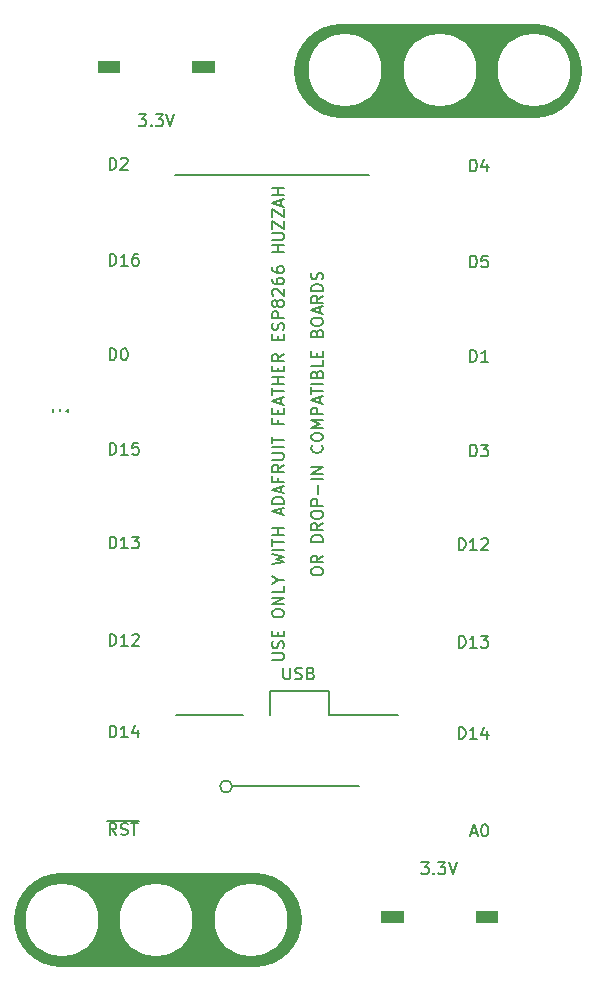
<source format=gto>
%TF.GenerationSoftware,KiCad,Pcbnew,4.0.7-e2-6376~58~ubuntu16.04.1*%
%TF.CreationDate,2018-02-08T08:24:49-08:00*%
%TF.ProjectId,6x10-Feather-Huzzah-ESP8266,367831302D466561746865722D48757A,1.0*%
%TF.FileFunction,Legend,Top*%
%FSLAX46Y46*%
G04 Gerber Fmt 4.6, Leading zero omitted, Abs format (unit mm)*
G04 Created by KiCad (PCBNEW 4.0.7-e2-6376~58~ubuntu16.04.1) date Thu Feb  8 08:24:49 2018*
%MOMM*%
%LPD*%
G01*
G04 APERTURE LIST*
%ADD10C,0.350000*%
%ADD11C,0.152400*%
%ADD12C,1.000000*%
%ADD13C,8.000000*%
%ADD14C,0.127000*%
%ADD15C,0.150000*%
%ADD16C,0.300000*%
%ADD17C,0.254000*%
%ADD18C,1.879600*%
%ADD19C,6.152400*%
G04 APERTURE END LIST*
D10*
D11*
X77216000Y-93980000D02*
X87884000Y-93980000D01*
X77153433Y-93980000D02*
G75*
G03X77153433Y-93980000I-508933J0D01*
G01*
D12*
X62703000Y-33077400D02*
X78943000Y-33077400D01*
D13*
X62703864Y-105299506D02*
X79083000Y-105287400D01*
D14*
X72351000Y-42251900D02*
X88767000Y-42251900D01*
X85352000Y-85939900D02*
X80399000Y-85939900D01*
X85352000Y-87971900D02*
X85351000Y-85964400D01*
X85352000Y-87971900D02*
X91194000Y-87971900D01*
X80399000Y-87964400D02*
X80399000Y-85964400D01*
X72384000Y-87971900D02*
X78099000Y-87971900D01*
D12*
X86293000Y-105057400D02*
X102533000Y-105057400D01*
D13*
X86387864Y-33379506D02*
X102767000Y-33367400D01*
D15*
X81501095Y-83919781D02*
X81501095Y-84729305D01*
X81548714Y-84824543D01*
X81596333Y-84872162D01*
X81691571Y-84919781D01*
X81882048Y-84919781D01*
X81977286Y-84872162D01*
X82024905Y-84824543D01*
X82072524Y-84729305D01*
X82072524Y-83919781D01*
X82501095Y-84872162D02*
X82643952Y-84919781D01*
X82882048Y-84919781D01*
X82977286Y-84872162D01*
X83024905Y-84824543D01*
X83072524Y-84729305D01*
X83072524Y-84634067D01*
X83024905Y-84538829D01*
X82977286Y-84491210D01*
X82882048Y-84443590D01*
X82691571Y-84395971D01*
X82596333Y-84348352D01*
X82548714Y-84300733D01*
X82501095Y-84205495D01*
X82501095Y-84110257D01*
X82548714Y-84015019D01*
X82596333Y-83967400D01*
X82691571Y-83919781D01*
X82929667Y-83919781D01*
X83072524Y-83967400D01*
X83834429Y-84395971D02*
X83977286Y-84443590D01*
X84024905Y-84491210D01*
X84072524Y-84586448D01*
X84072524Y-84729305D01*
X84024905Y-84824543D01*
X83977286Y-84872162D01*
X83882048Y-84919781D01*
X83501095Y-84919781D01*
X83501095Y-83919781D01*
X83834429Y-83919781D01*
X83929667Y-83967400D01*
X83977286Y-84015019D01*
X84024905Y-84110257D01*
X84024905Y-84205495D01*
X83977286Y-84300733D01*
X83929667Y-84348352D01*
X83834429Y-84395971D01*
X83501095Y-84395971D01*
X83844381Y-75866829D02*
X83844381Y-75676352D01*
X83892000Y-75581114D01*
X83987238Y-75485876D01*
X84177714Y-75438257D01*
X84511048Y-75438257D01*
X84701524Y-75485876D01*
X84796762Y-75581114D01*
X84844381Y-75676352D01*
X84844381Y-75866829D01*
X84796762Y-75962067D01*
X84701524Y-76057305D01*
X84511048Y-76104924D01*
X84177714Y-76104924D01*
X83987238Y-76057305D01*
X83892000Y-75962067D01*
X83844381Y-75866829D01*
X84844381Y-74438257D02*
X84368190Y-74771591D01*
X84844381Y-75009686D02*
X83844381Y-75009686D01*
X83844381Y-74628733D01*
X83892000Y-74533495D01*
X83939619Y-74485876D01*
X84034857Y-74438257D01*
X84177714Y-74438257D01*
X84272952Y-74485876D01*
X84320571Y-74533495D01*
X84368190Y-74628733D01*
X84368190Y-75009686D01*
X84844381Y-73247781D02*
X83844381Y-73247781D01*
X83844381Y-73009686D01*
X83892000Y-72866828D01*
X83987238Y-72771590D01*
X84082476Y-72723971D01*
X84272952Y-72676352D01*
X84415810Y-72676352D01*
X84606286Y-72723971D01*
X84701524Y-72771590D01*
X84796762Y-72866828D01*
X84844381Y-73009686D01*
X84844381Y-73247781D01*
X84844381Y-71676352D02*
X84368190Y-72009686D01*
X84844381Y-72247781D02*
X83844381Y-72247781D01*
X83844381Y-71866828D01*
X83892000Y-71771590D01*
X83939619Y-71723971D01*
X84034857Y-71676352D01*
X84177714Y-71676352D01*
X84272952Y-71723971D01*
X84320571Y-71771590D01*
X84368190Y-71866828D01*
X84368190Y-72247781D01*
X83844381Y-71057305D02*
X83844381Y-70866828D01*
X83892000Y-70771590D01*
X83987238Y-70676352D01*
X84177714Y-70628733D01*
X84511048Y-70628733D01*
X84701524Y-70676352D01*
X84796762Y-70771590D01*
X84844381Y-70866828D01*
X84844381Y-71057305D01*
X84796762Y-71152543D01*
X84701524Y-71247781D01*
X84511048Y-71295400D01*
X84177714Y-71295400D01*
X83987238Y-71247781D01*
X83892000Y-71152543D01*
X83844381Y-71057305D01*
X84844381Y-70200162D02*
X83844381Y-70200162D01*
X83844381Y-69819209D01*
X83892000Y-69723971D01*
X83939619Y-69676352D01*
X84034857Y-69628733D01*
X84177714Y-69628733D01*
X84272952Y-69676352D01*
X84320571Y-69723971D01*
X84368190Y-69819209D01*
X84368190Y-70200162D01*
X84463429Y-69200162D02*
X84463429Y-68438257D01*
X84844381Y-67962067D02*
X83844381Y-67962067D01*
X84844381Y-67485877D02*
X83844381Y-67485877D01*
X84844381Y-66914448D01*
X83844381Y-66914448D01*
X84749143Y-65104924D02*
X84796762Y-65152543D01*
X84844381Y-65295400D01*
X84844381Y-65390638D01*
X84796762Y-65533496D01*
X84701524Y-65628734D01*
X84606286Y-65676353D01*
X84415810Y-65723972D01*
X84272952Y-65723972D01*
X84082476Y-65676353D01*
X83987238Y-65628734D01*
X83892000Y-65533496D01*
X83844381Y-65390638D01*
X83844381Y-65295400D01*
X83892000Y-65152543D01*
X83939619Y-65104924D01*
X83844381Y-64485877D02*
X83844381Y-64295400D01*
X83892000Y-64200162D01*
X83987238Y-64104924D01*
X84177714Y-64057305D01*
X84511048Y-64057305D01*
X84701524Y-64104924D01*
X84796762Y-64200162D01*
X84844381Y-64295400D01*
X84844381Y-64485877D01*
X84796762Y-64581115D01*
X84701524Y-64676353D01*
X84511048Y-64723972D01*
X84177714Y-64723972D01*
X83987238Y-64676353D01*
X83892000Y-64581115D01*
X83844381Y-64485877D01*
X84844381Y-63628734D02*
X83844381Y-63628734D01*
X84558667Y-63295400D01*
X83844381Y-62962067D01*
X84844381Y-62962067D01*
X84844381Y-62485877D02*
X83844381Y-62485877D01*
X83844381Y-62104924D01*
X83892000Y-62009686D01*
X83939619Y-61962067D01*
X84034857Y-61914448D01*
X84177714Y-61914448D01*
X84272952Y-61962067D01*
X84320571Y-62009686D01*
X84368190Y-62104924D01*
X84368190Y-62485877D01*
X84558667Y-61533496D02*
X84558667Y-61057305D01*
X84844381Y-61628734D02*
X83844381Y-61295401D01*
X84844381Y-60962067D01*
X83844381Y-60771591D02*
X83844381Y-60200162D01*
X84844381Y-60485877D02*
X83844381Y-60485877D01*
X84844381Y-59866829D02*
X83844381Y-59866829D01*
X84320571Y-59057305D02*
X84368190Y-58914448D01*
X84415810Y-58866829D01*
X84511048Y-58819210D01*
X84653905Y-58819210D01*
X84749143Y-58866829D01*
X84796762Y-58914448D01*
X84844381Y-59009686D01*
X84844381Y-59390639D01*
X83844381Y-59390639D01*
X83844381Y-59057305D01*
X83892000Y-58962067D01*
X83939619Y-58914448D01*
X84034857Y-58866829D01*
X84130095Y-58866829D01*
X84225333Y-58914448D01*
X84272952Y-58962067D01*
X84320571Y-59057305D01*
X84320571Y-59390639D01*
X84844381Y-57914448D02*
X84844381Y-58390639D01*
X83844381Y-58390639D01*
X84320571Y-57581115D02*
X84320571Y-57247781D01*
X84844381Y-57104924D02*
X84844381Y-57581115D01*
X83844381Y-57581115D01*
X83844381Y-57104924D01*
X84320571Y-55581114D02*
X84368190Y-55438257D01*
X84415810Y-55390638D01*
X84511048Y-55343019D01*
X84653905Y-55343019D01*
X84749143Y-55390638D01*
X84796762Y-55438257D01*
X84844381Y-55533495D01*
X84844381Y-55914448D01*
X83844381Y-55914448D01*
X83844381Y-55581114D01*
X83892000Y-55485876D01*
X83939619Y-55438257D01*
X84034857Y-55390638D01*
X84130095Y-55390638D01*
X84225333Y-55438257D01*
X84272952Y-55485876D01*
X84320571Y-55581114D01*
X84320571Y-55914448D01*
X83844381Y-54723972D02*
X83844381Y-54533495D01*
X83892000Y-54438257D01*
X83987238Y-54343019D01*
X84177714Y-54295400D01*
X84511048Y-54295400D01*
X84701524Y-54343019D01*
X84796762Y-54438257D01*
X84844381Y-54533495D01*
X84844381Y-54723972D01*
X84796762Y-54819210D01*
X84701524Y-54914448D01*
X84511048Y-54962067D01*
X84177714Y-54962067D01*
X83987238Y-54914448D01*
X83892000Y-54819210D01*
X83844381Y-54723972D01*
X84558667Y-53914448D02*
X84558667Y-53438257D01*
X84844381Y-54009686D02*
X83844381Y-53676353D01*
X84844381Y-53343019D01*
X84844381Y-52438257D02*
X84368190Y-52771591D01*
X84844381Y-53009686D02*
X83844381Y-53009686D01*
X83844381Y-52628733D01*
X83892000Y-52533495D01*
X83939619Y-52485876D01*
X84034857Y-52438257D01*
X84177714Y-52438257D01*
X84272952Y-52485876D01*
X84320571Y-52533495D01*
X84368190Y-52628733D01*
X84368190Y-53009686D01*
X84844381Y-52009686D02*
X83844381Y-52009686D01*
X83844381Y-51771591D01*
X83892000Y-51628733D01*
X83987238Y-51533495D01*
X84082476Y-51485876D01*
X84272952Y-51438257D01*
X84415810Y-51438257D01*
X84606286Y-51485876D01*
X84701524Y-51533495D01*
X84796762Y-51628733D01*
X84844381Y-51771591D01*
X84844381Y-52009686D01*
X84796762Y-51057305D02*
X84844381Y-50914448D01*
X84844381Y-50676352D01*
X84796762Y-50581114D01*
X84749143Y-50533495D01*
X84653905Y-50485876D01*
X84558667Y-50485876D01*
X84463429Y-50533495D01*
X84415810Y-50581114D01*
X84368190Y-50676352D01*
X84320571Y-50866829D01*
X84272952Y-50962067D01*
X84225333Y-51009686D01*
X84130095Y-51057305D01*
X84034857Y-51057305D01*
X83939619Y-51009686D01*
X83892000Y-50962067D01*
X83844381Y-50866829D01*
X83844381Y-50628733D01*
X83892000Y-50485876D01*
X80542381Y-83271592D02*
X81351905Y-83271592D01*
X81447143Y-83223973D01*
X81494762Y-83176354D01*
X81542381Y-83081116D01*
X81542381Y-82890639D01*
X81494762Y-82795401D01*
X81447143Y-82747782D01*
X81351905Y-82700163D01*
X80542381Y-82700163D01*
X81494762Y-82271592D02*
X81542381Y-82128735D01*
X81542381Y-81890639D01*
X81494762Y-81795401D01*
X81447143Y-81747782D01*
X81351905Y-81700163D01*
X81256667Y-81700163D01*
X81161429Y-81747782D01*
X81113810Y-81795401D01*
X81066190Y-81890639D01*
X81018571Y-82081116D01*
X80970952Y-82176354D01*
X80923333Y-82223973D01*
X80828095Y-82271592D01*
X80732857Y-82271592D01*
X80637619Y-82223973D01*
X80590000Y-82176354D01*
X80542381Y-82081116D01*
X80542381Y-81843020D01*
X80590000Y-81700163D01*
X81018571Y-81271592D02*
X81018571Y-80938258D01*
X81542381Y-80795401D02*
X81542381Y-81271592D01*
X80542381Y-81271592D01*
X80542381Y-80795401D01*
X80542381Y-79414449D02*
X80542381Y-79223972D01*
X80590000Y-79128734D01*
X80685238Y-79033496D01*
X80875714Y-78985877D01*
X81209048Y-78985877D01*
X81399524Y-79033496D01*
X81494762Y-79128734D01*
X81542381Y-79223972D01*
X81542381Y-79414449D01*
X81494762Y-79509687D01*
X81399524Y-79604925D01*
X81209048Y-79652544D01*
X80875714Y-79652544D01*
X80685238Y-79604925D01*
X80590000Y-79509687D01*
X80542381Y-79414449D01*
X81542381Y-78557306D02*
X80542381Y-78557306D01*
X81542381Y-77985877D01*
X80542381Y-77985877D01*
X81542381Y-77033496D02*
X81542381Y-77509687D01*
X80542381Y-77509687D01*
X81066190Y-76509687D02*
X81542381Y-76509687D01*
X80542381Y-76843020D02*
X81066190Y-76509687D01*
X80542381Y-76176353D01*
X80542381Y-75176353D02*
X81542381Y-74938258D01*
X80828095Y-74747781D01*
X81542381Y-74557305D01*
X80542381Y-74319210D01*
X81542381Y-73938258D02*
X80542381Y-73938258D01*
X80542381Y-73604925D02*
X80542381Y-73033496D01*
X81542381Y-73319211D02*
X80542381Y-73319211D01*
X81542381Y-72700163D02*
X80542381Y-72700163D01*
X81018571Y-72700163D02*
X81018571Y-72128734D01*
X81542381Y-72128734D02*
X80542381Y-72128734D01*
X81256667Y-70938258D02*
X81256667Y-70462067D01*
X81542381Y-71033496D02*
X80542381Y-70700163D01*
X81542381Y-70366829D01*
X81542381Y-70033496D02*
X80542381Y-70033496D01*
X80542381Y-69795401D01*
X80590000Y-69652543D01*
X80685238Y-69557305D01*
X80780476Y-69509686D01*
X80970952Y-69462067D01*
X81113810Y-69462067D01*
X81304286Y-69509686D01*
X81399524Y-69557305D01*
X81494762Y-69652543D01*
X81542381Y-69795401D01*
X81542381Y-70033496D01*
X81256667Y-69081115D02*
X81256667Y-68604924D01*
X81542381Y-69176353D02*
X80542381Y-68843020D01*
X81542381Y-68509686D01*
X81018571Y-67843019D02*
X81018571Y-68176353D01*
X81542381Y-68176353D02*
X80542381Y-68176353D01*
X80542381Y-67700162D01*
X81542381Y-66747781D02*
X81066190Y-67081115D01*
X81542381Y-67319210D02*
X80542381Y-67319210D01*
X80542381Y-66938257D01*
X80590000Y-66843019D01*
X80637619Y-66795400D01*
X80732857Y-66747781D01*
X80875714Y-66747781D01*
X80970952Y-66795400D01*
X81018571Y-66843019D01*
X81066190Y-66938257D01*
X81066190Y-67319210D01*
X80542381Y-66319210D02*
X81351905Y-66319210D01*
X81447143Y-66271591D01*
X81494762Y-66223972D01*
X81542381Y-66128734D01*
X81542381Y-65938257D01*
X81494762Y-65843019D01*
X81447143Y-65795400D01*
X81351905Y-65747781D01*
X80542381Y-65747781D01*
X81542381Y-65271591D02*
X80542381Y-65271591D01*
X80542381Y-64938258D02*
X80542381Y-64366829D01*
X81542381Y-64652544D02*
X80542381Y-64652544D01*
X81018571Y-62938257D02*
X81018571Y-63271591D01*
X81542381Y-63271591D02*
X80542381Y-63271591D01*
X80542381Y-62795400D01*
X81018571Y-62414448D02*
X81018571Y-62081114D01*
X81542381Y-61938257D02*
X81542381Y-62414448D01*
X80542381Y-62414448D01*
X80542381Y-61938257D01*
X81256667Y-61557305D02*
X81256667Y-61081114D01*
X81542381Y-61652543D02*
X80542381Y-61319210D01*
X81542381Y-60985876D01*
X80542381Y-60795400D02*
X80542381Y-60223971D01*
X81542381Y-60509686D02*
X80542381Y-60509686D01*
X81542381Y-59890638D02*
X80542381Y-59890638D01*
X81018571Y-59890638D02*
X81018571Y-59319209D01*
X81542381Y-59319209D02*
X80542381Y-59319209D01*
X81018571Y-58843019D02*
X81018571Y-58509685D01*
X81542381Y-58366828D02*
X81542381Y-58843019D01*
X80542381Y-58843019D01*
X80542381Y-58366828D01*
X81542381Y-57366828D02*
X81066190Y-57700162D01*
X81542381Y-57938257D02*
X80542381Y-57938257D01*
X80542381Y-57557304D01*
X80590000Y-57462066D01*
X80637619Y-57414447D01*
X80732857Y-57366828D01*
X80875714Y-57366828D01*
X80970952Y-57414447D01*
X81018571Y-57462066D01*
X81066190Y-57557304D01*
X81066190Y-57938257D01*
X81018571Y-56176352D02*
X81018571Y-55843018D01*
X81542381Y-55700161D02*
X81542381Y-56176352D01*
X80542381Y-56176352D01*
X80542381Y-55700161D01*
X81494762Y-55319209D02*
X81542381Y-55176352D01*
X81542381Y-54938256D01*
X81494762Y-54843018D01*
X81447143Y-54795399D01*
X81351905Y-54747780D01*
X81256667Y-54747780D01*
X81161429Y-54795399D01*
X81113810Y-54843018D01*
X81066190Y-54938256D01*
X81018571Y-55128733D01*
X80970952Y-55223971D01*
X80923333Y-55271590D01*
X80828095Y-55319209D01*
X80732857Y-55319209D01*
X80637619Y-55271590D01*
X80590000Y-55223971D01*
X80542381Y-55128733D01*
X80542381Y-54890637D01*
X80590000Y-54747780D01*
X81542381Y-54319209D02*
X80542381Y-54319209D01*
X80542381Y-53938256D01*
X80590000Y-53843018D01*
X80637619Y-53795399D01*
X80732857Y-53747780D01*
X80875714Y-53747780D01*
X80970952Y-53795399D01*
X81018571Y-53843018D01*
X81066190Y-53938256D01*
X81066190Y-54319209D01*
X80970952Y-53176352D02*
X80923333Y-53271590D01*
X80875714Y-53319209D01*
X80780476Y-53366828D01*
X80732857Y-53366828D01*
X80637619Y-53319209D01*
X80590000Y-53271590D01*
X80542381Y-53176352D01*
X80542381Y-52985875D01*
X80590000Y-52890637D01*
X80637619Y-52843018D01*
X80732857Y-52795399D01*
X80780476Y-52795399D01*
X80875714Y-52843018D01*
X80923333Y-52890637D01*
X80970952Y-52985875D01*
X80970952Y-53176352D01*
X81018571Y-53271590D01*
X81066190Y-53319209D01*
X81161429Y-53366828D01*
X81351905Y-53366828D01*
X81447143Y-53319209D01*
X81494762Y-53271590D01*
X81542381Y-53176352D01*
X81542381Y-52985875D01*
X81494762Y-52890637D01*
X81447143Y-52843018D01*
X81351905Y-52795399D01*
X81161429Y-52795399D01*
X81066190Y-52843018D01*
X81018571Y-52890637D01*
X80970952Y-52985875D01*
X80637619Y-52414447D02*
X80590000Y-52366828D01*
X80542381Y-52271590D01*
X80542381Y-52033494D01*
X80590000Y-51938256D01*
X80637619Y-51890637D01*
X80732857Y-51843018D01*
X80828095Y-51843018D01*
X80970952Y-51890637D01*
X81542381Y-52462066D01*
X81542381Y-51843018D01*
X80542381Y-50985875D02*
X80542381Y-51176352D01*
X80590000Y-51271590D01*
X80637619Y-51319209D01*
X80780476Y-51414447D01*
X80970952Y-51462066D01*
X81351905Y-51462066D01*
X81447143Y-51414447D01*
X81494762Y-51366828D01*
X81542381Y-51271590D01*
X81542381Y-51081113D01*
X81494762Y-50985875D01*
X81447143Y-50938256D01*
X81351905Y-50890637D01*
X81113810Y-50890637D01*
X81018571Y-50938256D01*
X80970952Y-50985875D01*
X80923333Y-51081113D01*
X80923333Y-51271590D01*
X80970952Y-51366828D01*
X81018571Y-51414447D01*
X81113810Y-51462066D01*
X80542381Y-50033494D02*
X80542381Y-50223971D01*
X80590000Y-50319209D01*
X80637619Y-50366828D01*
X80780476Y-50462066D01*
X80970952Y-50509685D01*
X81351905Y-50509685D01*
X81447143Y-50462066D01*
X81494762Y-50414447D01*
X81542381Y-50319209D01*
X81542381Y-50128732D01*
X81494762Y-50033494D01*
X81447143Y-49985875D01*
X81351905Y-49938256D01*
X81113810Y-49938256D01*
X81018571Y-49985875D01*
X80970952Y-50033494D01*
X80923333Y-50128732D01*
X80923333Y-50319209D01*
X80970952Y-50414447D01*
X81018571Y-50462066D01*
X81113810Y-50509685D01*
X81542381Y-48747780D02*
X80542381Y-48747780D01*
X81018571Y-48747780D02*
X81018571Y-48176351D01*
X81542381Y-48176351D02*
X80542381Y-48176351D01*
X80542381Y-47700161D02*
X81351905Y-47700161D01*
X81447143Y-47652542D01*
X81494762Y-47604923D01*
X81542381Y-47509685D01*
X81542381Y-47319208D01*
X81494762Y-47223970D01*
X81447143Y-47176351D01*
X81351905Y-47128732D01*
X80542381Y-47128732D01*
X80542381Y-46747780D02*
X80542381Y-46081113D01*
X81542381Y-46747780D01*
X81542381Y-46081113D01*
X80542381Y-45795399D02*
X80542381Y-45128732D01*
X81542381Y-45795399D01*
X81542381Y-45128732D01*
X81256667Y-44795399D02*
X81256667Y-44319208D01*
X81542381Y-44890637D02*
X80542381Y-44557304D01*
X81542381Y-44223970D01*
X81542381Y-43890637D02*
X80542381Y-43890637D01*
X81018571Y-43890637D02*
X81018571Y-43319208D01*
X81542381Y-43319208D02*
X80542381Y-43319208D01*
X66779714Y-82076781D02*
X66779714Y-81076781D01*
X67017809Y-81076781D01*
X67160667Y-81124400D01*
X67255905Y-81219638D01*
X67303524Y-81314876D01*
X67351143Y-81505352D01*
X67351143Y-81648210D01*
X67303524Y-81838686D01*
X67255905Y-81933924D01*
X67160667Y-82029162D01*
X67017809Y-82076781D01*
X66779714Y-82076781D01*
X68303524Y-82076781D02*
X67732095Y-82076781D01*
X68017809Y-82076781D02*
X68017809Y-81076781D01*
X67922571Y-81219638D01*
X67827333Y-81314876D01*
X67732095Y-81362495D01*
X68684476Y-81172019D02*
X68732095Y-81124400D01*
X68827333Y-81076781D01*
X69065429Y-81076781D01*
X69160667Y-81124400D01*
X69208286Y-81172019D01*
X69255905Y-81267257D01*
X69255905Y-81362495D01*
X69208286Y-81505352D01*
X68636857Y-82076781D01*
X69255905Y-82076781D01*
X66779714Y-73826781D02*
X66779714Y-72826781D01*
X67017809Y-72826781D01*
X67160667Y-72874400D01*
X67255905Y-72969638D01*
X67303524Y-73064876D01*
X67351143Y-73255352D01*
X67351143Y-73398210D01*
X67303524Y-73588686D01*
X67255905Y-73683924D01*
X67160667Y-73779162D01*
X67017809Y-73826781D01*
X66779714Y-73826781D01*
X68303524Y-73826781D02*
X67732095Y-73826781D01*
X68017809Y-73826781D02*
X68017809Y-72826781D01*
X67922571Y-72969638D01*
X67827333Y-73064876D01*
X67732095Y-73112495D01*
X68636857Y-72826781D02*
X69255905Y-72826781D01*
X68922571Y-73207733D01*
X69065429Y-73207733D01*
X69160667Y-73255352D01*
X69208286Y-73302971D01*
X69255905Y-73398210D01*
X69255905Y-73636305D01*
X69208286Y-73731543D01*
X69160667Y-73779162D01*
X69065429Y-73826781D01*
X68779714Y-73826781D01*
X68684476Y-73779162D01*
X68636857Y-73731543D01*
X67351143Y-98076781D02*
X67017809Y-97600590D01*
X66779714Y-98076781D02*
X66779714Y-97076781D01*
X67160667Y-97076781D01*
X67255905Y-97124400D01*
X67303524Y-97172019D01*
X67351143Y-97267257D01*
X67351143Y-97410114D01*
X67303524Y-97505352D01*
X67255905Y-97552971D01*
X67160667Y-97600590D01*
X66779714Y-97600590D01*
X67732095Y-98029162D02*
X67874952Y-98076781D01*
X68113048Y-98076781D01*
X68208286Y-98029162D01*
X68255905Y-97981543D01*
X68303524Y-97886305D01*
X68303524Y-97791067D01*
X68255905Y-97695829D01*
X68208286Y-97648210D01*
X68113048Y-97600590D01*
X67922571Y-97552971D01*
X67827333Y-97505352D01*
X67779714Y-97457733D01*
X67732095Y-97362495D01*
X67732095Y-97267257D01*
X67779714Y-97172019D01*
X67827333Y-97124400D01*
X67922571Y-97076781D01*
X68160667Y-97076781D01*
X68303524Y-97124400D01*
X68589238Y-97076781D02*
X69160667Y-97076781D01*
X68874952Y-98076781D02*
X68874952Y-97076781D01*
X66541619Y-96904400D02*
X69255905Y-96904400D01*
X66779714Y-89826781D02*
X66779714Y-88826781D01*
X67017809Y-88826781D01*
X67160667Y-88874400D01*
X67255905Y-88969638D01*
X67303524Y-89064876D01*
X67351143Y-89255352D01*
X67351143Y-89398210D01*
X67303524Y-89588686D01*
X67255905Y-89683924D01*
X67160667Y-89779162D01*
X67017809Y-89826781D01*
X66779714Y-89826781D01*
X68303524Y-89826781D02*
X67732095Y-89826781D01*
X68017809Y-89826781D02*
X68017809Y-88826781D01*
X67922571Y-88969638D01*
X67827333Y-89064876D01*
X67732095Y-89112495D01*
X69160667Y-89160114D02*
X69160667Y-89826781D01*
X68922571Y-88779162D02*
X68684476Y-89493448D01*
X69303524Y-89493448D01*
X66779714Y-65886781D02*
X66779714Y-64886781D01*
X67017809Y-64886781D01*
X67160667Y-64934400D01*
X67255905Y-65029638D01*
X67303524Y-65124876D01*
X67351143Y-65315352D01*
X67351143Y-65458210D01*
X67303524Y-65648686D01*
X67255905Y-65743924D01*
X67160667Y-65839162D01*
X67017809Y-65886781D01*
X66779714Y-65886781D01*
X68303524Y-65886781D02*
X67732095Y-65886781D01*
X68017809Y-65886781D02*
X68017809Y-64886781D01*
X67922571Y-65029638D01*
X67827333Y-65124876D01*
X67732095Y-65172495D01*
X69208286Y-64886781D02*
X68732095Y-64886781D01*
X68684476Y-65362971D01*
X68732095Y-65315352D01*
X68827333Y-65267733D01*
X69065429Y-65267733D01*
X69160667Y-65315352D01*
X69208286Y-65362971D01*
X69255905Y-65458210D01*
X69255905Y-65696305D01*
X69208286Y-65791543D01*
X69160667Y-65839162D01*
X69065429Y-65886781D01*
X68827333Y-65886781D01*
X68732095Y-65839162D01*
X68684476Y-65791543D01*
X66779714Y-57886781D02*
X66779714Y-56886781D01*
X67017809Y-56886781D01*
X67160667Y-56934400D01*
X67255905Y-57029638D01*
X67303524Y-57124876D01*
X67351143Y-57315352D01*
X67351143Y-57458210D01*
X67303524Y-57648686D01*
X67255905Y-57743924D01*
X67160667Y-57839162D01*
X67017809Y-57886781D01*
X66779714Y-57886781D01*
X67970190Y-56886781D02*
X68065429Y-56886781D01*
X68160667Y-56934400D01*
X68208286Y-56982019D01*
X68255905Y-57077257D01*
X68303524Y-57267733D01*
X68303524Y-57505829D01*
X68255905Y-57696305D01*
X68208286Y-57791543D01*
X68160667Y-57839162D01*
X68065429Y-57886781D01*
X67970190Y-57886781D01*
X67874952Y-57839162D01*
X67827333Y-57791543D01*
X67779714Y-57696305D01*
X67732095Y-57505829D01*
X67732095Y-57267733D01*
X67779714Y-57077257D01*
X67827333Y-56982019D01*
X67874952Y-56934400D01*
X67970190Y-56886781D01*
X66779714Y-49886781D02*
X66779714Y-48886781D01*
X67017809Y-48886781D01*
X67160667Y-48934400D01*
X67255905Y-49029638D01*
X67303524Y-49124876D01*
X67351143Y-49315352D01*
X67351143Y-49458210D01*
X67303524Y-49648686D01*
X67255905Y-49743924D01*
X67160667Y-49839162D01*
X67017809Y-49886781D01*
X66779714Y-49886781D01*
X68303524Y-49886781D02*
X67732095Y-49886781D01*
X68017809Y-49886781D02*
X68017809Y-48886781D01*
X67922571Y-49029638D01*
X67827333Y-49124876D01*
X67732095Y-49172495D01*
X69160667Y-48886781D02*
X68970190Y-48886781D01*
X68874952Y-48934400D01*
X68827333Y-48982019D01*
X68732095Y-49124876D01*
X68684476Y-49315352D01*
X68684476Y-49696305D01*
X68732095Y-49791543D01*
X68779714Y-49839162D01*
X68874952Y-49886781D01*
X69065429Y-49886781D01*
X69160667Y-49839162D01*
X69208286Y-49791543D01*
X69255905Y-49696305D01*
X69255905Y-49458210D01*
X69208286Y-49362971D01*
X69160667Y-49315352D01*
X69065429Y-49267733D01*
X68874952Y-49267733D01*
X68779714Y-49315352D01*
X68732095Y-49362971D01*
X68684476Y-49458210D01*
X93166810Y-100399781D02*
X93785858Y-100399781D01*
X93452524Y-100780733D01*
X93595382Y-100780733D01*
X93690620Y-100828352D01*
X93738239Y-100875971D01*
X93785858Y-100971210D01*
X93785858Y-101209305D01*
X93738239Y-101304543D01*
X93690620Y-101352162D01*
X93595382Y-101399781D01*
X93309667Y-101399781D01*
X93214429Y-101352162D01*
X93166810Y-101304543D01*
X94214429Y-101304543D02*
X94262048Y-101352162D01*
X94214429Y-101399781D01*
X94166810Y-101352162D01*
X94214429Y-101304543D01*
X94214429Y-101399781D01*
X94595381Y-100399781D02*
X95214429Y-100399781D01*
X94881095Y-100780733D01*
X95023953Y-100780733D01*
X95119191Y-100828352D01*
X95166810Y-100875971D01*
X95214429Y-100971210D01*
X95214429Y-101209305D01*
X95166810Y-101304543D01*
X95119191Y-101352162D01*
X95023953Y-101399781D01*
X94738238Y-101399781D01*
X94643000Y-101352162D01*
X94595381Y-101304543D01*
X95500143Y-100399781D02*
X95833476Y-101399781D01*
X96166810Y-100399781D01*
X96349714Y-73975781D02*
X96349714Y-72975781D01*
X96587809Y-72975781D01*
X96730667Y-73023400D01*
X96825905Y-73118638D01*
X96873524Y-73213876D01*
X96921143Y-73404352D01*
X96921143Y-73547210D01*
X96873524Y-73737686D01*
X96825905Y-73832924D01*
X96730667Y-73928162D01*
X96587809Y-73975781D01*
X96349714Y-73975781D01*
X97873524Y-73975781D02*
X97302095Y-73975781D01*
X97587809Y-73975781D02*
X97587809Y-72975781D01*
X97492571Y-73118638D01*
X97397333Y-73213876D01*
X97302095Y-73261495D01*
X98254476Y-73071019D02*
X98302095Y-73023400D01*
X98397333Y-72975781D01*
X98635429Y-72975781D01*
X98730667Y-73023400D01*
X98778286Y-73071019D01*
X98825905Y-73166257D01*
X98825905Y-73261495D01*
X98778286Y-73404352D01*
X98206857Y-73975781D01*
X98825905Y-73975781D01*
X97302095Y-66035781D02*
X97302095Y-65035781D01*
X97540190Y-65035781D01*
X97683048Y-65083400D01*
X97778286Y-65178638D01*
X97825905Y-65273876D01*
X97873524Y-65464352D01*
X97873524Y-65607210D01*
X97825905Y-65797686D01*
X97778286Y-65892924D01*
X97683048Y-65988162D01*
X97540190Y-66035781D01*
X97302095Y-66035781D01*
X98206857Y-65035781D02*
X98825905Y-65035781D01*
X98492571Y-65416733D01*
X98635429Y-65416733D01*
X98730667Y-65464352D01*
X98778286Y-65511971D01*
X98825905Y-65607210D01*
X98825905Y-65845305D01*
X98778286Y-65940543D01*
X98730667Y-65988162D01*
X98635429Y-66035781D01*
X98349714Y-66035781D01*
X98254476Y-65988162D01*
X98206857Y-65940543D01*
X97302095Y-58035781D02*
X97302095Y-57035781D01*
X97540190Y-57035781D01*
X97683048Y-57083400D01*
X97778286Y-57178638D01*
X97825905Y-57273876D01*
X97873524Y-57464352D01*
X97873524Y-57607210D01*
X97825905Y-57797686D01*
X97778286Y-57892924D01*
X97683048Y-57988162D01*
X97540190Y-58035781D01*
X97302095Y-58035781D01*
X98825905Y-58035781D02*
X98254476Y-58035781D01*
X98540190Y-58035781D02*
X98540190Y-57035781D01*
X98444952Y-57178638D01*
X98349714Y-57273876D01*
X98254476Y-57321495D01*
X97302095Y-50035781D02*
X97302095Y-49035781D01*
X97540190Y-49035781D01*
X97683048Y-49083400D01*
X97778286Y-49178638D01*
X97825905Y-49273876D01*
X97873524Y-49464352D01*
X97873524Y-49607210D01*
X97825905Y-49797686D01*
X97778286Y-49892924D01*
X97683048Y-49988162D01*
X97540190Y-50035781D01*
X97302095Y-50035781D01*
X98778286Y-49035781D02*
X98302095Y-49035781D01*
X98254476Y-49511971D01*
X98302095Y-49464352D01*
X98397333Y-49416733D01*
X98635429Y-49416733D01*
X98730667Y-49464352D01*
X98778286Y-49511971D01*
X98825905Y-49607210D01*
X98825905Y-49845305D01*
X98778286Y-49940543D01*
X98730667Y-49988162D01*
X98635429Y-50035781D01*
X98397333Y-50035781D01*
X98302095Y-49988162D01*
X98254476Y-49940543D01*
X96349714Y-82225781D02*
X96349714Y-81225781D01*
X96587809Y-81225781D01*
X96730667Y-81273400D01*
X96825905Y-81368638D01*
X96873524Y-81463876D01*
X96921143Y-81654352D01*
X96921143Y-81797210D01*
X96873524Y-81987686D01*
X96825905Y-82082924D01*
X96730667Y-82178162D01*
X96587809Y-82225781D01*
X96349714Y-82225781D01*
X97873524Y-82225781D02*
X97302095Y-82225781D01*
X97587809Y-82225781D02*
X97587809Y-81225781D01*
X97492571Y-81368638D01*
X97397333Y-81463876D01*
X97302095Y-81511495D01*
X98206857Y-81225781D02*
X98825905Y-81225781D01*
X98492571Y-81606733D01*
X98635429Y-81606733D01*
X98730667Y-81654352D01*
X98778286Y-81701971D01*
X98825905Y-81797210D01*
X98825905Y-82035305D01*
X98778286Y-82130543D01*
X98730667Y-82178162D01*
X98635429Y-82225781D01*
X98349714Y-82225781D01*
X98254476Y-82178162D01*
X98206857Y-82130543D01*
X97397333Y-97910067D02*
X97873524Y-97910067D01*
X97302095Y-98195781D02*
X97635428Y-97195781D01*
X97968762Y-98195781D01*
X98492571Y-97195781D02*
X98587810Y-97195781D01*
X98683048Y-97243400D01*
X98730667Y-97291019D01*
X98778286Y-97386257D01*
X98825905Y-97576733D01*
X98825905Y-97814829D01*
X98778286Y-98005305D01*
X98730667Y-98100543D01*
X98683048Y-98148162D01*
X98587810Y-98195781D01*
X98492571Y-98195781D01*
X98397333Y-98148162D01*
X98349714Y-98100543D01*
X98302095Y-98005305D01*
X98254476Y-97814829D01*
X98254476Y-97576733D01*
X98302095Y-97386257D01*
X98349714Y-97291019D01*
X98397333Y-97243400D01*
X98492571Y-97195781D01*
X96349714Y-89955781D02*
X96349714Y-88955781D01*
X96587809Y-88955781D01*
X96730667Y-89003400D01*
X96825905Y-89098638D01*
X96873524Y-89193876D01*
X96921143Y-89384352D01*
X96921143Y-89527210D01*
X96873524Y-89717686D01*
X96825905Y-89812924D01*
X96730667Y-89908162D01*
X96587809Y-89955781D01*
X96349714Y-89955781D01*
X97873524Y-89955781D02*
X97302095Y-89955781D01*
X97587809Y-89955781D02*
X97587809Y-88955781D01*
X97492571Y-89098638D01*
X97397333Y-89193876D01*
X97302095Y-89241495D01*
X98730667Y-89289114D02*
X98730667Y-89955781D01*
X98492571Y-88908162D02*
X98254476Y-89622448D01*
X98873524Y-89622448D01*
X61981095Y-62009781D02*
X61981095Y-62819305D01*
X62028714Y-62914543D01*
X62076333Y-62962162D01*
X62171571Y-63009781D01*
X62362048Y-63009781D01*
X62457286Y-62962162D01*
X62504905Y-62914543D01*
X62552524Y-62819305D01*
X62552524Y-62009781D01*
X63552524Y-63009781D02*
X62981095Y-63009781D01*
X63266809Y-63009781D02*
X63266809Y-62009781D01*
X63171571Y-62152638D01*
X63076333Y-62247876D01*
X62981095Y-62295495D01*
X97302095Y-41905781D02*
X97302095Y-40905781D01*
X97540190Y-40905781D01*
X97683048Y-40953400D01*
X97778286Y-41048638D01*
X97825905Y-41143876D01*
X97873524Y-41334352D01*
X97873524Y-41477210D01*
X97825905Y-41667686D01*
X97778286Y-41762924D01*
X97683048Y-41858162D01*
X97540190Y-41905781D01*
X97302095Y-41905781D01*
X98730667Y-41239114D02*
X98730667Y-41905781D01*
X98492571Y-40858162D02*
X98254476Y-41572448D01*
X98873524Y-41572448D01*
X69246810Y-37079781D02*
X69865858Y-37079781D01*
X69532524Y-37460733D01*
X69675382Y-37460733D01*
X69770620Y-37508352D01*
X69818239Y-37555971D01*
X69865858Y-37651210D01*
X69865858Y-37889305D01*
X69818239Y-37984543D01*
X69770620Y-38032162D01*
X69675382Y-38079781D01*
X69389667Y-38079781D01*
X69294429Y-38032162D01*
X69246810Y-37984543D01*
X70294429Y-37984543D02*
X70342048Y-38032162D01*
X70294429Y-38079781D01*
X70246810Y-38032162D01*
X70294429Y-37984543D01*
X70294429Y-38079781D01*
X70675381Y-37079781D02*
X71294429Y-37079781D01*
X70961095Y-37460733D01*
X71103953Y-37460733D01*
X71199191Y-37508352D01*
X71246810Y-37555971D01*
X71294429Y-37651210D01*
X71294429Y-37889305D01*
X71246810Y-37984543D01*
X71199191Y-38032162D01*
X71103953Y-38079781D01*
X70818238Y-38079781D01*
X70723000Y-38032162D01*
X70675381Y-37984543D01*
X71580143Y-37079781D02*
X71913476Y-38079781D01*
X72246810Y-37079781D01*
X66779714Y-41756781D02*
X66779714Y-40756781D01*
X67017809Y-40756781D01*
X67160667Y-40804400D01*
X67255905Y-40899638D01*
X67303524Y-40994876D01*
X67351143Y-41185352D01*
X67351143Y-41328210D01*
X67303524Y-41518686D01*
X67255905Y-41613924D01*
X67160667Y-41709162D01*
X67017809Y-41756781D01*
X66779714Y-41756781D01*
X67732095Y-40852019D02*
X67779714Y-40804400D01*
X67874952Y-40756781D01*
X68113048Y-40756781D01*
X68208286Y-40804400D01*
X68255905Y-40852019D01*
X68303524Y-40947257D01*
X68303524Y-41042495D01*
X68255905Y-41185352D01*
X67684476Y-41756781D01*
X68303524Y-41756781D01*
%LPC*%
D16*
X79211172Y-95861914D02*
X79139743Y-95933343D01*
X78925457Y-96004771D01*
X78782600Y-96004771D01*
X78568315Y-95933343D01*
X78425457Y-95790486D01*
X78354029Y-95647629D01*
X78282600Y-95361914D01*
X78282600Y-95147629D01*
X78354029Y-94861914D01*
X78425457Y-94719057D01*
X78568315Y-94576200D01*
X78782600Y-94504771D01*
X78925457Y-94504771D01*
X79139743Y-94576200D01*
X79211172Y-94647629D01*
X79854029Y-96004771D02*
X79854029Y-94504771D01*
X81425458Y-96004771D02*
X80925458Y-95290486D01*
X80568315Y-96004771D02*
X80568315Y-94504771D01*
X81139743Y-94504771D01*
X81282601Y-94576200D01*
X81354029Y-94647629D01*
X81425458Y-94790486D01*
X81425458Y-95004771D01*
X81354029Y-95147629D01*
X81282601Y-95219057D01*
X81139743Y-95290486D01*
X80568315Y-95290486D01*
X82925458Y-95861914D02*
X82854029Y-95933343D01*
X82639743Y-96004771D01*
X82496886Y-96004771D01*
X82282601Y-95933343D01*
X82139743Y-95790486D01*
X82068315Y-95647629D01*
X81996886Y-95361914D01*
X81996886Y-95147629D01*
X82068315Y-94861914D01*
X82139743Y-94719057D01*
X82282601Y-94576200D01*
X82496886Y-94504771D01*
X82639743Y-94504771D01*
X82854029Y-94576200D01*
X82925458Y-94647629D01*
X83568315Y-94504771D02*
X83568315Y-95719057D01*
X83639743Y-95861914D01*
X83711172Y-95933343D01*
X83854029Y-96004771D01*
X84139743Y-96004771D01*
X84282601Y-95933343D01*
X84354029Y-95861914D01*
X84425458Y-95719057D01*
X84425458Y-94504771D01*
X85139744Y-96004771D02*
X85139744Y-94504771D01*
X85639744Y-94504771D02*
X86496887Y-94504771D01*
X86068316Y-96004771D02*
X86068316Y-94504771D01*
X86925458Y-95933343D02*
X87139744Y-96004771D01*
X87496887Y-96004771D01*
X87639744Y-95933343D01*
X87711173Y-95861914D01*
X87782601Y-95719057D01*
X87782601Y-95576200D01*
X87711173Y-95433343D01*
X87639744Y-95361914D01*
X87496887Y-95290486D01*
X87211173Y-95219057D01*
X87068315Y-95147629D01*
X86996887Y-95076200D01*
X86925458Y-94933343D01*
X86925458Y-94790486D01*
X86996887Y-94647629D01*
X87068315Y-94576200D01*
X87211173Y-94504771D01*
X87568315Y-94504771D01*
X87782601Y-94576200D01*
X78410087Y-93474314D02*
X78338658Y-93545743D01*
X78124372Y-93617171D01*
X77981515Y-93617171D01*
X77767230Y-93545743D01*
X77624372Y-93402886D01*
X77552944Y-93260029D01*
X77481515Y-92974314D01*
X77481515Y-92760029D01*
X77552944Y-92474314D01*
X77624372Y-92331457D01*
X77767230Y-92188600D01*
X77981515Y-92117171D01*
X78124372Y-92117171D01*
X78338658Y-92188600D01*
X78410087Y-92260029D01*
X79910087Y-93617171D02*
X79410087Y-92902886D01*
X79052944Y-93617171D02*
X79052944Y-92117171D01*
X79624372Y-92117171D01*
X79767230Y-92188600D01*
X79838658Y-92260029D01*
X79910087Y-92402886D01*
X79910087Y-92617171D01*
X79838658Y-92760029D01*
X79767230Y-92831457D01*
X79624372Y-92902886D01*
X79052944Y-92902886D01*
X80481515Y-93188600D02*
X81195801Y-93188600D01*
X80338658Y-93617171D02*
X80838658Y-92117171D01*
X81338658Y-93617171D01*
X81695801Y-92117171D02*
X82695801Y-92117171D01*
X81695801Y-93617171D01*
X82695801Y-93617171D01*
X83552943Y-92902886D02*
X83552943Y-93617171D01*
X83052943Y-92117171D02*
X83552943Y-92902886D01*
X84052943Y-92117171D01*
D11*
X88900000Y-92773500D02*
X87757000Y-93726000D01*
X87566500Y-93726000D02*
X88900000Y-92773500D01*
X88519000Y-92900500D02*
X87566500Y-93726000D01*
X87439500Y-93662500D02*
X88519000Y-92900500D01*
X88328500Y-92964000D02*
X87439500Y-93662500D01*
X87185500Y-93726000D02*
X88328500Y-92964000D01*
X88011000Y-93091000D02*
X87185500Y-93726000D01*
X87058500Y-93662500D02*
X88011000Y-93091000D01*
X87820500Y-93091000D02*
X87058500Y-93662500D01*
X87058500Y-93535500D02*
X87820500Y-93091000D01*
X87566500Y-93091000D02*
X87058500Y-93535500D01*
X86995000Y-93408500D02*
X87566500Y-93091000D01*
X87566500Y-92900500D02*
X86995000Y-93408500D01*
X87566500Y-92773500D02*
X86931500Y-93281500D01*
X87693500Y-92583000D02*
X86868000Y-93154500D01*
X87693500Y-92456000D02*
X86868000Y-93027500D01*
D17*
X85852000Y-93662500D02*
X85217000Y-92773500D01*
D11*
X87757000Y-93789500D02*
X85788500Y-93789500D01*
X89344500Y-92646500D02*
X87757000Y-93789500D01*
X87566500Y-93091000D02*
X89344500Y-92646500D01*
X87884000Y-92202000D02*
X87566500Y-93091000D01*
X86804500Y-92900500D02*
X87884000Y-92202000D01*
X85979000Y-91440000D02*
X86804500Y-92964000D01*
X86042500Y-92837000D02*
X85979000Y-91440000D01*
X84963000Y-92583000D02*
X86042500Y-92837000D01*
X85788500Y-93789500D02*
X84963000Y-92583000D01*
D17*
X86042500Y-93662500D02*
X85407500Y-92773500D01*
X86233000Y-93662500D02*
X85661500Y-92837000D01*
X86360000Y-93662500D02*
X85915500Y-92900500D01*
X86614000Y-93662500D02*
X86169500Y-92837000D01*
X86804500Y-93662500D02*
X86233000Y-92583000D01*
X86995000Y-93662500D02*
X86106000Y-91948000D01*
X86169500Y-92646500D02*
X86106000Y-91821000D01*
D18*
X93291000Y-82044400D03*
X93291000Y-79504400D03*
X93291000Y-76964400D03*
X93291000Y-71884400D03*
X93291000Y-69344400D03*
X93291000Y-66804400D03*
X93291000Y-64264400D03*
X93291000Y-61724400D03*
X93291000Y-59184400D03*
X93291000Y-56644400D03*
X93291000Y-54104400D03*
X93291000Y-51564400D03*
X93291000Y-49024400D03*
X93291000Y-46484400D03*
X72971000Y-46484400D03*
X72971000Y-54104400D03*
X72971000Y-59184400D03*
X72971000Y-56644400D03*
X72971000Y-69344400D03*
X72971000Y-66804400D03*
X72971000Y-64264400D03*
X72971000Y-61724400D03*
X72971000Y-71884400D03*
X72971000Y-49024400D03*
X72971000Y-51564400D03*
D19*
X62743000Y-73307400D03*
X62744000Y-81307400D03*
X62744000Y-97307400D03*
X62744000Y-65307400D03*
X62744000Y-89307400D03*
X62743000Y-57307400D03*
X62743000Y-49307400D03*
X62744000Y-105307400D03*
X70743000Y-105307400D03*
X78743000Y-105307400D03*
X94743000Y-105307400D03*
X78743000Y-33307400D03*
X86743000Y-33307400D03*
X62744000Y-33307400D03*
X70743000Y-33307400D03*
X102743000Y-33307400D03*
X102743000Y-49307400D03*
X102743000Y-57307400D03*
X102743000Y-65307400D03*
X102743000Y-73307400D03*
X102743000Y-81307400D03*
X102743000Y-89307400D03*
X102743000Y-97307400D03*
X102743000Y-105307400D03*
D18*
X72971000Y-43944400D03*
X93291000Y-43944400D03*
D19*
X62743000Y-41307400D03*
X102743000Y-41307400D03*
D18*
X93291000Y-74485900D03*
D19*
X86743000Y-105307400D03*
X94743000Y-33307400D03*
M02*

</source>
